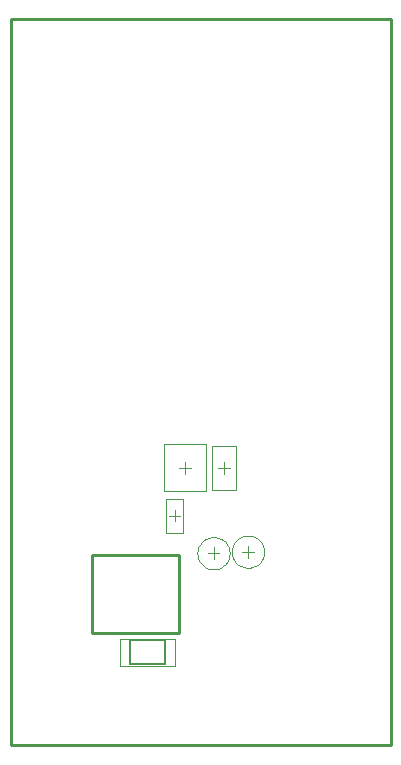
<source format=gko>
G04*
G04 #@! TF.GenerationSoftware,Altium Limited,Altium Designer,20.1.10 (176)*
G04*
G04 Layer_Color=16711935*
%FSLAX25Y25*%
%MOIN*%
G70*
G04*
G04 #@! TF.SameCoordinates,D9A27F9E-3A59-452F-8F74-A4506583EE45*
G04*
G04*
G04 #@! TF.FilePolarity,Positive*
G04*
G01*
G75*
%ADD12C,0.01000*%
%ADD14C,0.00500*%
%ADD15C,0.00197*%
%ADD16C,0.00394*%
D12*
X-2000Y239500D02*
X-2000Y-2500D01*
X124500D01*
X-2000Y239500D02*
X124500D01*
X124500Y-2500D01*
X53961Y35024D02*
Y61024D01*
X24961D02*
X53961D01*
X24961Y35024D02*
Y61024D01*
Y35024D02*
X53961D01*
D14*
X37594Y24563D02*
X49406D01*
X37594D02*
Y32437D01*
X49406D01*
Y24563D02*
Y32437D01*
X37594Y24563D02*
X49406D01*
X37594D02*
Y32437D01*
X49406D01*
Y24563D02*
Y32437D01*
D15*
X82394Y62000D02*
X82302Y62991D01*
X82029Y63948D01*
X81586Y64839D01*
X80986Y65634D01*
X80250Y66304D01*
X79404Y66828D01*
X78476Y67188D01*
X77498Y67371D01*
X76502D01*
X75524Y67188D01*
X74596Y66828D01*
X73750Y66304D01*
X73014Y65634D01*
X72414Y64839D01*
X71970Y63948D01*
X71698Y62991D01*
X71606Y62000D01*
X71698Y61009D01*
X71970Y60052D01*
X72414Y59161D01*
X73014Y58366D01*
X73750Y57696D01*
X74596Y57172D01*
X75524Y56812D01*
X76502Y56629D01*
X77498D01*
X78476Y56812D01*
X79404Y57172D01*
X80250Y57696D01*
X80986Y58366D01*
X81586Y59161D01*
X82029Y60052D01*
X82302Y61009D01*
X82394Y62000D01*
X70894Y61500D02*
X70802Y62491D01*
X70530Y63448D01*
X70086Y64339D01*
X69486Y65134D01*
X68750Y65804D01*
X67904Y66328D01*
X66976Y66688D01*
X65998Y66871D01*
X65002D01*
X64024Y66688D01*
X63096Y66328D01*
X62250Y65804D01*
X61514Y65134D01*
X60914Y64339D01*
X60470Y63448D01*
X60198Y62491D01*
X60106Y61500D01*
X60198Y60509D01*
X60470Y59552D01*
X60914Y58661D01*
X61514Y57866D01*
X62250Y57196D01*
X63096Y56672D01*
X64024Y56312D01*
X65002Y56129D01*
X65998D01*
X66976Y56312D01*
X67904Y56672D01*
X68750Y57196D01*
X69486Y57866D01*
X70086Y58661D01*
X70530Y59552D01*
X70802Y60509D01*
X70894Y61500D01*
X49744Y68291D02*
X55256D01*
X49744Y79709D02*
X55256D01*
X49744Y68291D02*
Y79709D01*
X55256Y68291D02*
Y79709D01*
X72937Y82717D02*
Y97283D01*
X65063Y82717D02*
Y97283D01*
X72937D01*
X65063Y82717D02*
X72937D01*
X49110Y82126D02*
Y97874D01*
X62890Y82126D02*
Y97874D01*
X49110Y82126D02*
X62890D01*
X49110Y97874D02*
X62890D01*
X34406Y33028D02*
X52594D01*
X34406Y23972D02*
Y33028D01*
Y23972D02*
X52594D01*
Y33028D01*
D16*
X77000Y60032D02*
Y63969D01*
X75032Y62000D02*
X78969D01*
X77000Y60032D02*
Y63969D01*
X75032Y62000D02*
X78969D01*
X65500Y59532D02*
Y63469D01*
X63532Y61500D02*
X67469D01*
X65500Y59532D02*
Y63469D01*
X63532Y61500D02*
X67469D01*
X52500Y72228D02*
Y75772D01*
X50728Y74000D02*
X54272D01*
X67031Y90000D02*
X70968D01*
X69000Y88031D02*
Y91969D01*
X54032Y90000D02*
X57969D01*
X56000Y88032D02*
Y91969D01*
M02*

</source>
